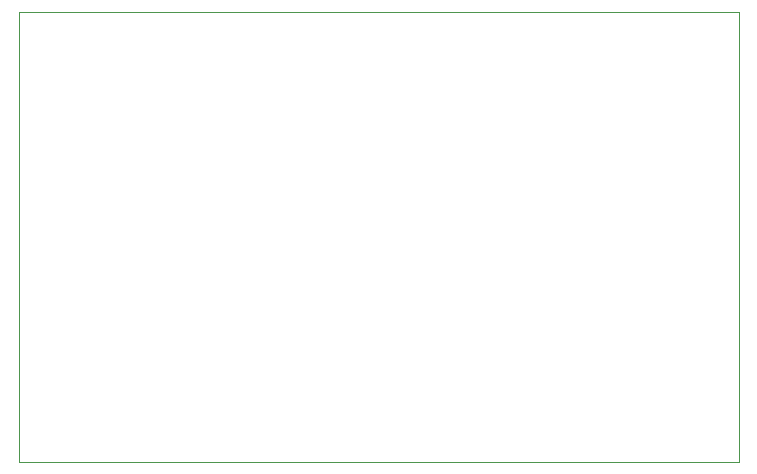
<source format=gbr>
%TF.GenerationSoftware,KiCad,Pcbnew,7.0.5*%
%TF.CreationDate,2023-08-21T09:28:54+09:00*%
%TF.ProjectId,STM32G4 MAZE,53544d33-3247-4342-904d-415a452e6b69,rev?*%
%TF.SameCoordinates,Original*%
%TF.FileFunction,Profile,NP*%
%FSLAX46Y46*%
G04 Gerber Fmt 4.6, Leading zero omitted, Abs format (unit mm)*
G04 Created by KiCad (PCBNEW 7.0.5) date 2023-08-21 09:28:54*
%MOMM*%
%LPD*%
G01*
G04 APERTURE LIST*
%TA.AperFunction,Profile*%
%ADD10C,0.100000*%
%TD*%
G04 APERTURE END LIST*
D10*
X69520000Y-80950000D02*
X130480000Y-80950000D01*
X130480000Y-119050000D01*
X69520000Y-119050000D01*
X69520000Y-80950000D01*
M02*

</source>
